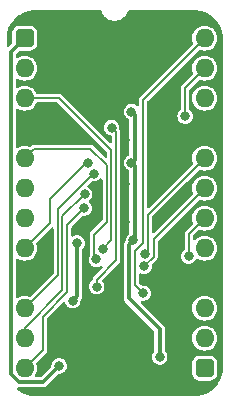
<source format=gbl>
%TF.GenerationSoftware,KiCad,Pcbnew,8.0.3*%
%TF.CreationDate,2024-07-04T18:09:40+02:00*%
%TF.ProjectId,SD Card Write Data,53442043-6172-4642-9057-726974652044,V0*%
%TF.SameCoordinates,PX54c81a0PY37b6b20*%
%TF.FileFunction,Copper,L2,Bot*%
%TF.FilePolarity,Positive*%
%FSLAX46Y46*%
G04 Gerber Fmt 4.6, Leading zero omitted, Abs format (unit mm)*
G04 Created by KiCad (PCBNEW 8.0.3) date 2024-07-04 18:09:40*
%MOMM*%
%LPD*%
G01*
G04 APERTURE LIST*
G04 Aperture macros list*
%AMRoundRect*
0 Rectangle with rounded corners*
0 $1 Rounding radius*
0 $2 $3 $4 $5 $6 $7 $8 $9 X,Y pos of 4 corners*
0 Add a 4 corners polygon primitive as box body*
4,1,4,$2,$3,$4,$5,$6,$7,$8,$9,$2,$3,0*
0 Add four circle primitives for the rounded corners*
1,1,$1+$1,$2,$3*
1,1,$1+$1,$4,$5*
1,1,$1+$1,$6,$7*
1,1,$1+$1,$8,$9*
0 Add four rect primitives between the rounded corners*
20,1,$1+$1,$2,$3,$4,$5,0*
20,1,$1+$1,$4,$5,$6,$7,0*
20,1,$1+$1,$6,$7,$8,$9,0*
20,1,$1+$1,$8,$9,$2,$3,0*%
G04 Aperture macros list end*
%TA.AperFunction,ComponentPad*%
%ADD10RoundRect,0.400000X-0.400000X-0.400000X0.400000X-0.400000X0.400000X0.400000X-0.400000X0.400000X0*%
%TD*%
%TA.AperFunction,ComponentPad*%
%ADD11O,1.600000X1.600000*%
%TD*%
%TA.AperFunction,ComponentPad*%
%ADD12R,1.600000X1.600000*%
%TD*%
%TA.AperFunction,ViaPad*%
%ADD13C,0.800000*%
%TD*%
%TA.AperFunction,Conductor*%
%ADD14C,0.380000*%
%TD*%
%TA.AperFunction,Conductor*%
%ADD15C,0.200000*%
%TD*%
G04 APERTURE END LIST*
D10*
%TO.P,J1,1,Pin_1*%
%TO.N,5V*%
X0Y0D03*
D11*
%TO.P,J1,2,Pin_2*%
%TO.N,Write Data*%
X0Y-2540000D03*
%TO.P,J1,3,Pin_3*%
%TO.N,D7*%
X0Y-5080000D03*
D12*
%TO.P,J1,4,Pin_4*%
%TO.N,GND*%
X0Y-7620000D03*
D11*
%TO.P,J1,5,Pin_5*%
%TO.N,D6*%
X0Y-10160000D03*
%TO.P,J1,6,Pin_6*%
%TO.N,D5*%
X0Y-12700000D03*
%TO.P,J1,7,Pin_7*%
%TO.N,D4*%
X0Y-15240000D03*
%TO.P,J1,8,Pin_8*%
%TO.N,D3*%
X0Y-17780000D03*
D12*
%TO.P,J1,9,Pin_9*%
%TO.N,GND*%
X0Y-20320000D03*
D11*
%TO.P,J1,10,Pin_10*%
%TO.N,D2*%
X0Y-22860000D03*
%TO.P,J1,11,Pin_11*%
%TO.N,D1*%
X0Y-25400000D03*
%TO.P,J1,12,Pin_12*%
%TO.N,D0*%
X0Y-27940000D03*
D10*
%TO.P,J1,13,Pin_13*%
%TO.N,5V*%
X15240000Y-27940000D03*
D11*
%TO.P,J1,14,Pin_14*%
%TO.N,unconnected-(J1-Pin_14-Pad14)*%
X15240000Y-25400000D03*
%TO.P,J1,15,Pin_15*%
%TO.N,unconnected-(J1-Pin_15-Pad15)*%
X15240000Y-22860000D03*
D12*
%TO.P,J1,16,Pin_16*%
%TO.N,GND*%
X15240000Y-20320000D03*
D11*
%TO.P,J1,17,Pin_17*%
%TO.N,DAT0*%
X15240000Y-17780000D03*
%TO.P,J1,18,Pin_18*%
%TO.N,DAT1*%
X15240000Y-15240000D03*
%TO.P,J1,19,Pin_19*%
%TO.N,DAT2*%
X15240000Y-12700000D03*
%TO.P,J1,20,Pin_20*%
%TO.N,DAT3*%
X15240000Y-10160000D03*
D12*
%TO.P,J1,21,Pin_21*%
%TO.N,GND*%
X15240000Y-7620000D03*
D11*
%TO.P,J1,22,Pin_22*%
%TO.N,unconnected-(J1-Pin_22-Pad22)*%
X15240000Y-5080000D03*
%TO.P,J1,23,Pin_23*%
%TO.N,~{Write Low Nybble}*%
X15240000Y-2540000D03*
%TO.P,J1,24,Pin_24*%
%TO.N,~{Write High Nybble}*%
X15240000Y0D03*
%TD*%
D13*
%TO.N,/3.3V*%
X4064000Y-22225000D03*
X9209554Y-17101134D03*
X9041000Y-10541000D03*
X4445000Y-17346766D03*
X11430000Y-26992000D03*
X9041000Y-6223000D03*
%TO.N,D6*%
X6075000Y-18730766D03*
%TO.N,D7*%
X6604000Y-17858000D03*
%TO.N,GND*%
X8461000Y-8601766D03*
X5207004Y-16190766D03*
X4953000Y-8509000D03*
X4953000Y-26543000D03*
X10160000Y-20451383D03*
X8636000Y-4572000D03*
X8461000Y-15533724D03*
X8461000Y-12380766D03*
X6197000Y-12452481D03*
X5235000Y-19430766D03*
X5207000Y-22352000D03*
X10541000Y-25146000D03*
X7983588Y-19939012D03*
%TO.N,5V*%
X2921000Y-27742000D03*
%TO.N,D0*%
X5035001Y-14395999D03*
%TO.N,D1*%
X5080000Y-13208000D03*
%TO.N,Write Data*%
X7361000Y-7569248D03*
X6096000Y-21033000D03*
%TO.N,DAT3*%
X10162512Y-18269499D03*
%TO.N,~{Write Low Nybble}*%
X13589008Y-6604000D03*
%TO.N,D3*%
X5334000Y-10570858D03*
%TO.N,DAT1*%
X13884169Y-18456169D03*
%TO.N,D2*%
X5868421Y-11474683D03*
%TO.N,~{Write High Nybble}*%
X10033000Y-21590000D03*
%TO.N,DAT2*%
X10105490Y-19317952D03*
%TD*%
D14*
%TO.N,/3.3V*%
X4064000Y-22225000D02*
X4445000Y-21844000D01*
X9301000Y-6483000D02*
X9301000Y-10281000D01*
X9301000Y-17009688D02*
X9209554Y-17101134D01*
X9301000Y-10281000D02*
X9041000Y-10541000D01*
X8823588Y-17487100D02*
X9209554Y-17101134D01*
X11430000Y-26992000D02*
X11430000Y-24638000D01*
X4445000Y-21844000D02*
X4445000Y-17346766D01*
X9041000Y-10541000D02*
X9301000Y-10801000D01*
X8823588Y-22031588D02*
X8823588Y-17487100D01*
X9041000Y-6223000D02*
X9301000Y-6483000D01*
X9301000Y-10801000D02*
X9301000Y-17009688D01*
X11430000Y-24638000D02*
X8823588Y-22031588D01*
D15*
%TO.N,D6*%
X5854000Y-16625000D02*
X5854000Y-18509766D01*
X799999Y-9360001D02*
X5550001Y-9360001D01*
X6940339Y-15538661D02*
X5854000Y-16625000D01*
X5854000Y-18509766D02*
X6075000Y-18730766D01*
X6940339Y-10750339D02*
X6940339Y-15538661D01*
X0Y-10160000D02*
X799999Y-9360001D01*
X5550001Y-9360001D02*
X6940339Y-10750339D01*
%TO.N,D7*%
X0Y-5080000D02*
X2933000Y-5080000D01*
X2933000Y-5080000D02*
X7340339Y-9487339D01*
X7340339Y-17121661D02*
X6604000Y-17858000D01*
X7340339Y-9487339D02*
X7340339Y-17121661D01*
D14*
%TO.N,GND*%
X5235000Y-19430766D02*
X5235000Y-16218762D01*
X8237000Y-12156766D02*
X8461000Y-12380766D01*
X5235000Y-19430766D02*
X5235000Y-22324000D01*
X8230346Y-19692254D02*
X7983588Y-19939012D01*
X7366000Y-26543000D02*
X8763000Y-25146000D01*
X4953000Y-22606000D02*
X5207000Y-22352000D01*
X8201000Y-8341766D02*
X8461000Y-8601766D01*
X8461000Y-15533724D02*
X8230346Y-15764378D01*
X7983588Y-22588588D02*
X7983588Y-19939012D01*
X15240000Y-20320000D02*
X10291383Y-20320000D01*
X10291383Y-20320000D02*
X10160000Y-20451383D01*
X5235000Y-16218762D02*
X5207004Y-16190766D01*
X4064000Y-7620000D02*
X4953000Y-8509000D01*
X8230346Y-15764378D02*
X8230346Y-19692254D01*
X8763000Y-25146000D02*
X10541000Y-25146000D01*
X8461000Y-8601766D02*
X8237000Y-8825766D01*
X5235000Y-22324000D02*
X5207000Y-22352000D01*
X8636000Y-4572000D02*
X8201000Y-5007000D01*
X4953000Y-26543000D02*
X4953000Y-22606000D01*
X10541000Y-25146000D02*
X7983588Y-22588588D01*
X8461000Y-12380766D02*
X8382000Y-12459766D01*
X5207004Y-16190766D02*
X5207004Y-15620996D01*
X4953000Y-26543000D02*
X7366000Y-26543000D01*
X8201000Y-5007000D02*
X8201000Y-8341766D01*
X8382000Y-12459766D02*
X8382000Y-15454724D01*
X0Y-7620000D02*
X4064000Y-7620000D01*
X5207004Y-15620996D02*
X6197000Y-14631000D01*
X6197000Y-14631000D02*
X6197000Y-12452481D01*
X8237000Y-8825766D02*
X8237000Y-12156766D01*
X8382000Y-15454724D02*
X8461000Y-15533724D01*
%TO.N,5V*%
X-492915Y-29130000D02*
X1533000Y-29130000D01*
X-1190000Y-1190000D02*
X-1190000Y-28432915D01*
X0Y0D02*
X-1190000Y-1190000D01*
X-1190000Y-28432915D02*
X-492915Y-29130000D01*
X1533000Y-29130000D02*
X2921000Y-27742000D01*
D15*
%TO.N,D0*%
X0Y-27940000D02*
X1524000Y-26416000D01*
X1524000Y-23577339D02*
X3594000Y-21507339D01*
X3594000Y-21507339D02*
X3594000Y-15837000D01*
X1524000Y-26416000D02*
X1524000Y-23577339D01*
X3594000Y-15837000D02*
X5035001Y-14395999D01*
%TO.N,D1*%
X3194000Y-21341653D02*
X3194000Y-15094000D01*
X0Y-24535653D02*
X3194000Y-21341653D01*
X0Y-25400000D02*
X0Y-24535653D01*
X3194000Y-15094000D02*
X5080000Y-13208000D01*
%TO.N,Write Data*%
X7740339Y-8574070D02*
X7711000Y-8544731D01*
X6096000Y-20452339D02*
X7740339Y-18808000D01*
X7740339Y-18808000D02*
X7740339Y-8574070D01*
X7711000Y-8544731D02*
X7711000Y-7919248D01*
X6096000Y-21033000D02*
X6096000Y-20452339D01*
X7711000Y-7919248D02*
X7361000Y-7569248D01*
%TO.N,DAT3*%
X15240000Y-10160000D02*
X10421000Y-14979000D01*
X10421000Y-14979000D02*
X10421000Y-18011011D01*
X10421000Y-18011011D02*
X10162512Y-18269499D01*
%TO.N,~{Write Low Nybble}*%
X13589008Y-4190992D02*
X13589008Y-6604000D01*
X15240000Y-2540000D02*
X13589008Y-4190992D01*
%TO.N,D3*%
X2159000Y-15621000D02*
X2159000Y-13588998D01*
X0Y-17780000D02*
X2159000Y-15621000D01*
X5177140Y-10570858D02*
X5334000Y-10570858D01*
X2159000Y-13588998D02*
X5177140Y-10570858D01*
%TO.N,DAT1*%
X13884169Y-16595831D02*
X13884169Y-18456169D01*
X15240000Y-15240000D02*
X13884169Y-16595831D01*
%TO.N,D2*%
X0Y-22860000D02*
X2794000Y-20066000D01*
X5797317Y-11474683D02*
X5868421Y-11474683D01*
X2794000Y-20066000D02*
X2794000Y-14478000D01*
X2794000Y-14478000D02*
X5797317Y-11474683D01*
%TO.N,~{Write High Nybble}*%
X9313588Y-18057762D02*
X9313588Y-20870588D01*
X10021000Y-17350350D02*
X9313588Y-18057762D01*
X15240000Y0D02*
X10021000Y-5219000D01*
X9313588Y-20870588D02*
X10033000Y-21590000D01*
X10021000Y-5219000D02*
X10021000Y-17350350D01*
%TO.N,DAT2*%
X10910000Y-18513442D02*
X10105490Y-19317952D01*
X10910000Y-17030000D02*
X10910000Y-18513442D01*
X15240000Y-12700000D02*
X10910000Y-17030000D01*
%TD*%
%TA.AperFunction,Conductor*%
%TO.N,GND*%
G36*
X1524000Y-30303232D02*
G01*
X839477Y-30303232D01*
X831992Y-30303006D01*
X558355Y-30286458D01*
X543490Y-30284653D01*
X277546Y-30235920D01*
X263006Y-30232337D01*
X4865Y-30151899D01*
X-9135Y-30146589D01*
X-255693Y-30035625D01*
X-268946Y-30028670D01*
X-500348Y-29888786D01*
X-512660Y-29880286D01*
X-625209Y-29792111D01*
X-665842Y-29735272D01*
X-669295Y-29665488D01*
X-634472Y-29604915D01*
X-572428Y-29572784D01*
X-548737Y-29570500D01*
X1524000Y-29570500D01*
X1524000Y-30303232D01*
G37*
%TD.AperFunction*%
%TA.AperFunction,Conductor*%
G36*
X1524000Y-28516039D02*
G01*
X1386858Y-28653181D01*
X1325535Y-28686666D01*
X1299177Y-28689500D01*
X997414Y-28689500D01*
X930375Y-28669815D01*
X884620Y-28617011D01*
X874676Y-28547853D01*
X888054Y-28507049D01*
X975232Y-28343954D01*
X1035300Y-28145934D01*
X1055583Y-27940000D01*
X1035300Y-27734066D01*
X979210Y-27549163D01*
X978588Y-27479298D01*
X1010189Y-27425491D01*
X1524000Y-26911681D01*
X1524000Y-28516039D01*
G37*
%TD.AperFunction*%
%TA.AperFunction,Conductor*%
G36*
X1524000Y-20840316D02*
G01*
X514508Y-21849808D01*
X453185Y-21883293D01*
X390833Y-21880788D01*
X205934Y-21824700D01*
X205932Y-21824699D01*
X205934Y-21824699D01*
X0Y-21804417D01*
X-205933Y-21824699D01*
X-403959Y-21884769D01*
X-567047Y-21971943D01*
X-635449Y-21986185D01*
X-700693Y-21961185D01*
X-742064Y-21904880D01*
X-749500Y-21862585D01*
X-749500Y-18777414D01*
X-729815Y-18710375D01*
X-677011Y-18664620D01*
X-607853Y-18654676D01*
X-567050Y-18668054D01*
X-403954Y-18755232D01*
X-205934Y-18815300D01*
X-205935Y-18815300D01*
X-187471Y-18817118D01*
X0Y-18835583D01*
X205934Y-18815300D01*
X403954Y-18755232D01*
X586450Y-18657685D01*
X746410Y-18526410D01*
X877685Y-18366450D01*
X975232Y-18183954D01*
X1035300Y-17985934D01*
X1055583Y-17780000D01*
X1035300Y-17574066D01*
X979210Y-17389163D01*
X978588Y-17319298D01*
X1010189Y-17265491D01*
X1524000Y-16751681D01*
X1524000Y-20840316D01*
G37*
%TD.AperFunction*%
%TA.AperFunction,Conductor*%
G36*
X1524000Y-9009501D02*
G01*
X753855Y-9009501D01*
X664711Y-9033387D01*
X664710Y-9033387D01*
X664708Y-9033388D01*
X664705Y-9033389D01*
X584793Y-9079527D01*
X584783Y-9079535D01*
X514508Y-9149809D01*
X453185Y-9183294D01*
X390833Y-9180788D01*
X205934Y-9124700D01*
X205932Y-9124699D01*
X205934Y-9124699D01*
X0Y-9104417D01*
X-205933Y-9124699D01*
X-403959Y-9184769D01*
X-567047Y-9271943D01*
X-635449Y-9286185D01*
X-700693Y-9261185D01*
X-742064Y-9204880D01*
X-749500Y-9162585D01*
X-749500Y-6077414D01*
X-729815Y-6010375D01*
X-677011Y-5964620D01*
X-607853Y-5954676D01*
X-567050Y-5968054D01*
X-403954Y-6055232D01*
X-205934Y-6115300D01*
X-205935Y-6115300D01*
X-187471Y-6117118D01*
X0Y-6135583D01*
X205934Y-6115300D01*
X403954Y-6055232D01*
X586450Y-5957685D01*
X746410Y-5826410D01*
X877685Y-5666450D01*
X968769Y-5496046D01*
X1017732Y-5446202D01*
X1078127Y-5430500D01*
X1524000Y-5430500D01*
X1524000Y-9009501D01*
G37*
%TD.AperFunction*%
%TA.AperFunction,Conductor*%
G36*
X1524000Y-4729500D02*
G01*
X1078127Y-4729500D01*
X1011088Y-4709815D01*
X968769Y-4663954D01*
X949879Y-4628615D01*
X877685Y-4493550D01*
X825702Y-4430209D01*
X746410Y-4333589D01*
X628677Y-4236969D01*
X586450Y-4202315D01*
X403954Y-4104768D01*
X205934Y-4044700D01*
X205932Y-4044699D01*
X205934Y-4044699D01*
X0Y-4024417D01*
X-205933Y-4044699D01*
X-403959Y-4104769D01*
X-567047Y-4191943D01*
X-635449Y-4206185D01*
X-700693Y-4181185D01*
X-742064Y-4124880D01*
X-749500Y-4082585D01*
X-749500Y-3537414D01*
X-729815Y-3470375D01*
X-677011Y-3424620D01*
X-607853Y-3414676D01*
X-567050Y-3428054D01*
X-403954Y-3515232D01*
X-205934Y-3575300D01*
X-205935Y-3575300D01*
X-187471Y-3577118D01*
X0Y-3595583D01*
X205934Y-3575300D01*
X403954Y-3515232D01*
X586450Y-3417685D01*
X746410Y-3286410D01*
X877685Y-3126450D01*
X975232Y-2943954D01*
X1035300Y-2745934D01*
X1055583Y-2540000D01*
X1035300Y-2334066D01*
X975232Y-2136046D01*
X877685Y-1953550D01*
X825702Y-1890209D01*
X746410Y-1793589D01*
X628677Y-1696969D01*
X586450Y-1662315D01*
X403954Y-1564768D01*
X205934Y-1504700D01*
X205932Y-1504699D01*
X205934Y-1504699D01*
X0Y-1484417D01*
X-205933Y-1504699D01*
X-403959Y-1564769D01*
X-567047Y-1651943D01*
X-635449Y-1666185D01*
X-700693Y-1641185D01*
X-742064Y-1584880D01*
X-749500Y-1542585D01*
X-749500Y-1423823D01*
X-729815Y-1356784D01*
X-713181Y-1336142D01*
X-463858Y-1086819D01*
X-402535Y-1053334D01*
X-376177Y-1050500D01*
X465686Y-1050500D01*
X465694Y-1050500D01*
X502569Y-1047598D01*
X502571Y-1047597D01*
X502573Y-1047597D01*
X544191Y-1035505D01*
X660398Y-1001744D01*
X801865Y-918081D01*
X918081Y-801865D01*
X1001744Y-660398D01*
X1047598Y-502569D01*
X1050500Y-465694D01*
X1050500Y465694D01*
X1047598Y502569D01*
X1027217Y572719D01*
X1001745Y660394D01*
X1001744Y660397D01*
X1001744Y660398D01*
X918081Y801865D01*
X918079Y801867D01*
X918076Y801871D01*
X801870Y918077D01*
X801862Y918083D01*
X660396Y1001745D01*
X660393Y1001746D01*
X502573Y1047598D01*
X502567Y1047599D01*
X465701Y1050500D01*
X465694Y1050500D01*
X-465694Y1050500D01*
X-465702Y1050500D01*
X-502568Y1047599D01*
X-502574Y1047598D01*
X-660394Y1001746D01*
X-660397Y1001745D01*
X-801863Y918083D01*
X-801871Y918077D01*
X-918077Y801871D01*
X-918083Y801863D01*
X-1001745Y660397D01*
X-1001746Y660394D01*
X-1047598Y502574D01*
X-1047599Y502568D01*
X-1050500Y465702D01*
X-1050500Y-376177D01*
X-1070185Y-443216D01*
X-1086819Y-463858D01*
X-1315819Y-692858D01*
X-1377142Y-726343D01*
X-1446834Y-721359D01*
X-1502767Y-679487D01*
X-1527184Y-614023D01*
X-1527500Y-605177D01*
X-1527500Y-3750D01*
X-1527274Y3737D01*
X-1510722Y277369D01*
X-1508917Y292233D01*
X-1460180Y558184D01*
X-1456597Y572719D01*
X-1429275Y660397D01*
X-1376155Y830864D01*
X-1370856Y844836D01*
X-1259882Y1091409D01*
X-1252933Y1104650D01*
X-1113044Y1336051D01*
X-1104549Y1348359D01*
X-937793Y1561204D01*
X-927880Y1572394D01*
X-736675Y1763597D01*
X-725483Y1773512D01*
X-512629Y1940270D01*
X-500324Y1948763D01*
X-268924Y2088646D01*
X-255693Y2095590D01*
X-9118Y2206562D01*
X4875Y2211868D01*
X263017Y2292306D01*
X277554Y2295889D01*
X543499Y2344622D01*
X558353Y2346426D01*
X832521Y2363007D01*
X840006Y2363232D01*
X891005Y2363232D01*
X891262Y2363256D01*
X1524000Y2363521D01*
X1524000Y-4729500D01*
G37*
%TD.AperFunction*%
%TD*%
%TA.AperFunction,Conductor*%
%TO.N,GND*%
G36*
X14348938Y2363257D02*
G01*
X14349201Y2363233D01*
X14360100Y2363233D01*
X14400525Y2363233D01*
X14408010Y2363007D01*
X14681647Y2346459D01*
X14696505Y2344655D01*
X14962460Y2295920D01*
X14976981Y2292341D01*
X15235136Y2211899D01*
X15249133Y2206590D01*
X15495692Y2095627D01*
X15508951Y2088668D01*
X15740336Y1948793D01*
X15752659Y1940287D01*
X15965490Y1773547D01*
X15976699Y1763618D01*
X16167894Y1572426D01*
X16177823Y1561218D01*
X16344568Y1348386D01*
X16353075Y1336062D01*
X16492955Y1104674D01*
X16499913Y1091416D01*
X16610881Y844860D01*
X16616191Y830858D01*
X16696627Y572730D01*
X16700211Y558192D01*
X16748949Y292238D01*
X16750754Y277373D01*
X16767273Y4301D01*
X16767499Y-3186D01*
X16767500Y-27895830D01*
X16767500Y-27936249D01*
X16767274Y-27943737D01*
X16750721Y-28217369D01*
X16748916Y-28232232D01*
X16700180Y-28498178D01*
X16696596Y-28512718D01*
X16616158Y-28770851D01*
X16610848Y-28784852D01*
X16499885Y-29031399D01*
X16492927Y-29044657D01*
X16353050Y-29276039D01*
X16344543Y-29288363D01*
X16177799Y-29501194D01*
X16167870Y-29512402D01*
X15976682Y-29703588D01*
X15965474Y-29713517D01*
X15752637Y-29880262D01*
X15740313Y-29888768D01*
X15508937Y-30028637D01*
X15495678Y-30035596D01*
X15249125Y-30146557D01*
X15235124Y-30151867D01*
X14976982Y-30232305D01*
X14962443Y-30235888D01*
X14696505Y-30284620D01*
X14681641Y-30286425D01*
X14433129Y-30301454D01*
X14407477Y-30303006D01*
X14399994Y-30303232D01*
X13716000Y-30303232D01*
X13716000Y-27474298D01*
X14189500Y-27474298D01*
X14189500Y-28405701D01*
X14192401Y-28442567D01*
X14192402Y-28442573D01*
X14238254Y-28600393D01*
X14238255Y-28600396D01*
X14321917Y-28741862D01*
X14321923Y-28741870D01*
X14438129Y-28858076D01*
X14438133Y-28858079D01*
X14438135Y-28858081D01*
X14579602Y-28941744D01*
X14621224Y-28953836D01*
X14737426Y-28987597D01*
X14737429Y-28987597D01*
X14737431Y-28987598D01*
X14774306Y-28990500D01*
X14774314Y-28990500D01*
X15705686Y-28990500D01*
X15705694Y-28990500D01*
X15742569Y-28987598D01*
X15742571Y-28987597D01*
X15742573Y-28987597D01*
X15784191Y-28975505D01*
X15900398Y-28941744D01*
X16041865Y-28858081D01*
X16158081Y-28741865D01*
X16241744Y-28600398D01*
X16287598Y-28442569D01*
X16290500Y-28405694D01*
X16290500Y-27474306D01*
X16287598Y-27437431D01*
X16241744Y-27279602D01*
X16158081Y-27138135D01*
X16158079Y-27138133D01*
X16158076Y-27138129D01*
X16041870Y-27021923D01*
X16041862Y-27021917D01*
X15900396Y-26938255D01*
X15900393Y-26938254D01*
X15742573Y-26892402D01*
X15742567Y-26892401D01*
X15705701Y-26889500D01*
X15705694Y-26889500D01*
X14774306Y-26889500D01*
X14774298Y-26889500D01*
X14737432Y-26892401D01*
X14737426Y-26892402D01*
X14579606Y-26938254D01*
X14579603Y-26938255D01*
X14438137Y-27021917D01*
X14438129Y-27021923D01*
X14321923Y-27138129D01*
X14321917Y-27138137D01*
X14238255Y-27279603D01*
X14238254Y-27279606D01*
X14192402Y-27437426D01*
X14192401Y-27437432D01*
X14189500Y-27474298D01*
X13716000Y-27474298D01*
X13716000Y-25400000D01*
X14184417Y-25400000D01*
X14204699Y-25605932D01*
X14204700Y-25605934D01*
X14264768Y-25803954D01*
X14362315Y-25986450D01*
X14362317Y-25986452D01*
X14493589Y-26146410D01*
X14590209Y-26225702D01*
X14653550Y-26277685D01*
X14836046Y-26375232D01*
X15034066Y-26435300D01*
X15034065Y-26435300D01*
X15052529Y-26437118D01*
X15240000Y-26455583D01*
X15445934Y-26435300D01*
X15643954Y-26375232D01*
X15826450Y-26277685D01*
X15986410Y-26146410D01*
X16117685Y-25986450D01*
X16215232Y-25803954D01*
X16275300Y-25605934D01*
X16295583Y-25400000D01*
X16275300Y-25194066D01*
X16215232Y-24996046D01*
X16117685Y-24813550D01*
X16065702Y-24750209D01*
X15986410Y-24653589D01*
X15826452Y-24522317D01*
X15826453Y-24522317D01*
X15826450Y-24522315D01*
X15643954Y-24424768D01*
X15445934Y-24364700D01*
X15445932Y-24364699D01*
X15445934Y-24364699D01*
X15240000Y-24344417D01*
X15034067Y-24364699D01*
X14836043Y-24424769D01*
X14725898Y-24483643D01*
X14653550Y-24522315D01*
X14653548Y-24522316D01*
X14653547Y-24522317D01*
X14493589Y-24653589D01*
X14362317Y-24813547D01*
X14264769Y-24996043D01*
X14204699Y-25194067D01*
X14184417Y-25400000D01*
X13716000Y-25400000D01*
X13716000Y-22860000D01*
X14184417Y-22860000D01*
X14204699Y-23065932D01*
X14204700Y-23065934D01*
X14264768Y-23263954D01*
X14362315Y-23446450D01*
X14362317Y-23446452D01*
X14493589Y-23606410D01*
X14590209Y-23685702D01*
X14653550Y-23737685D01*
X14836046Y-23835232D01*
X15034066Y-23895300D01*
X15034065Y-23895300D01*
X15052529Y-23897118D01*
X15240000Y-23915583D01*
X15445934Y-23895300D01*
X15643954Y-23835232D01*
X15826450Y-23737685D01*
X15986410Y-23606410D01*
X16117685Y-23446450D01*
X16215232Y-23263954D01*
X16275300Y-23065934D01*
X16295583Y-22860000D01*
X16275300Y-22654066D01*
X16215232Y-22456046D01*
X16117685Y-22273550D01*
X16065702Y-22210209D01*
X15986410Y-22113589D01*
X15826452Y-21982317D01*
X15826453Y-21982317D01*
X15826450Y-21982315D01*
X15643954Y-21884768D01*
X15445934Y-21824700D01*
X15445932Y-21824699D01*
X15445934Y-21824699D01*
X15240000Y-21804417D01*
X15034067Y-21824699D01*
X14836043Y-21884769D01*
X14725898Y-21943643D01*
X14653550Y-21982315D01*
X14653548Y-21982316D01*
X14653547Y-21982317D01*
X14493589Y-22113589D01*
X14362317Y-22273547D01*
X14264769Y-22456043D01*
X14204699Y-22654067D01*
X14184417Y-22860000D01*
X13716000Y-22860000D01*
X13716000Y-19084687D01*
X13778217Y-19100022D01*
X13805183Y-19106669D01*
X13805184Y-19106669D01*
X13963154Y-19106669D01*
X14116534Y-19068865D01*
X14256409Y-18995452D01*
X14374652Y-18890699D01*
X14464389Y-18760692D01*
X14478740Y-18722850D01*
X14520917Y-18667148D01*
X14586515Y-18643090D01*
X14653136Y-18657463D01*
X14653547Y-18657682D01*
X14653550Y-18657685D01*
X14836046Y-18755232D01*
X15034066Y-18815300D01*
X15034065Y-18815300D01*
X15052529Y-18817118D01*
X15240000Y-18835583D01*
X15445934Y-18815300D01*
X15643954Y-18755232D01*
X15826450Y-18657685D01*
X15986410Y-18526410D01*
X16117685Y-18366450D01*
X16215232Y-18183954D01*
X16275300Y-17985934D01*
X16295583Y-17780000D01*
X16275300Y-17574066D01*
X16215232Y-17376046D01*
X16117685Y-17193550D01*
X16029596Y-17086212D01*
X15986410Y-17033589D01*
X15826452Y-16902317D01*
X15826453Y-16902317D01*
X15826450Y-16902315D01*
X15643954Y-16804768D01*
X15445934Y-16744700D01*
X15445932Y-16744699D01*
X15445934Y-16744699D01*
X15240000Y-16724417D01*
X15034067Y-16744699D01*
X14836043Y-16804769D01*
X14725898Y-16863643D01*
X14653550Y-16902315D01*
X14653548Y-16902316D01*
X14653547Y-16902317D01*
X14493589Y-17033590D01*
X14454522Y-17081194D01*
X14396777Y-17120528D01*
X14326932Y-17122399D01*
X14267164Y-17086212D01*
X14236448Y-17023456D01*
X14234669Y-17002529D01*
X14234669Y-16792374D01*
X14254354Y-16725335D01*
X14270984Y-16704697D01*
X14725491Y-16250189D01*
X14786812Y-16216706D01*
X14849162Y-16219210D01*
X15034066Y-16275300D01*
X15034065Y-16275300D01*
X15052529Y-16277118D01*
X15240000Y-16295583D01*
X15445934Y-16275300D01*
X15643954Y-16215232D01*
X15826450Y-16117685D01*
X15986410Y-15986410D01*
X16117685Y-15826450D01*
X16215232Y-15643954D01*
X16275300Y-15445934D01*
X16295583Y-15240000D01*
X16275300Y-15034066D01*
X16215232Y-14836046D01*
X16117685Y-14653550D01*
X16065702Y-14590209D01*
X15986410Y-14493589D01*
X15826452Y-14362317D01*
X15826453Y-14362317D01*
X15826450Y-14362315D01*
X15643954Y-14264768D01*
X15445934Y-14204700D01*
X15445932Y-14204699D01*
X15445934Y-14204699D01*
X15240000Y-14184417D01*
X15034067Y-14204699D01*
X14836043Y-14264769D01*
X14725898Y-14323643D01*
X14653550Y-14362315D01*
X14653548Y-14362316D01*
X14653547Y-14362317D01*
X14493589Y-14493589D01*
X14362317Y-14653547D01*
X14362315Y-14653550D01*
X14323643Y-14725898D01*
X14264769Y-14836043D01*
X14204699Y-15034067D01*
X14184417Y-15240000D01*
X14204699Y-15445932D01*
X14260788Y-15630832D01*
X14261411Y-15700699D01*
X14229808Y-15754508D01*
X13716000Y-16268316D01*
X13716000Y-14719681D01*
X14725491Y-13710189D01*
X14786812Y-13676706D01*
X14849162Y-13679210D01*
X15034066Y-13735300D01*
X15034065Y-13735300D01*
X15052529Y-13737118D01*
X15240000Y-13755583D01*
X15445934Y-13735300D01*
X15643954Y-13675232D01*
X15826450Y-13577685D01*
X15986410Y-13446410D01*
X16117685Y-13286450D01*
X16215232Y-13103954D01*
X16275300Y-12905934D01*
X16295583Y-12700000D01*
X16275300Y-12494066D01*
X16215232Y-12296046D01*
X16117685Y-12113550D01*
X16065702Y-12050209D01*
X15986410Y-11953589D01*
X15826452Y-11822317D01*
X15826453Y-11822317D01*
X15826450Y-11822315D01*
X15643954Y-11724768D01*
X15445934Y-11664700D01*
X15445932Y-11664699D01*
X15445934Y-11664699D01*
X15240000Y-11644417D01*
X15034067Y-11664699D01*
X14836043Y-11724769D01*
X14725898Y-11783643D01*
X14653550Y-11822315D01*
X14653548Y-11822316D01*
X14653547Y-11822317D01*
X14493589Y-11953589D01*
X14362317Y-12113547D01*
X14362315Y-12113550D01*
X14323643Y-12185898D01*
X14264769Y-12296043D01*
X14204699Y-12494067D01*
X14184417Y-12700000D01*
X14204699Y-12905932D01*
X14260788Y-13090832D01*
X14261411Y-13160699D01*
X14229808Y-13214508D01*
X13716000Y-13728316D01*
X13716000Y-12179681D01*
X14725491Y-11170189D01*
X14786812Y-11136706D01*
X14849162Y-11139210D01*
X15034066Y-11195300D01*
X15034065Y-11195300D01*
X15052529Y-11197118D01*
X15240000Y-11215583D01*
X15445934Y-11195300D01*
X15643954Y-11135232D01*
X15826450Y-11037685D01*
X15986410Y-10906410D01*
X16117685Y-10746450D01*
X16215232Y-10563954D01*
X16275300Y-10365934D01*
X16295583Y-10160000D01*
X16275300Y-9954066D01*
X16215232Y-9756046D01*
X16117685Y-9573550D01*
X16065702Y-9510209D01*
X15986410Y-9413589D01*
X15826452Y-9282317D01*
X15826453Y-9282317D01*
X15826450Y-9282315D01*
X15643954Y-9184768D01*
X15445934Y-9124700D01*
X15445932Y-9124699D01*
X15445934Y-9124699D01*
X15240000Y-9104417D01*
X15034067Y-9124699D01*
X14836043Y-9184769D01*
X14725898Y-9243643D01*
X14653550Y-9282315D01*
X14653548Y-9282316D01*
X14653547Y-9282317D01*
X14493589Y-9413589D01*
X14362317Y-9573547D01*
X14264769Y-9756043D01*
X14204699Y-9954067D01*
X14184417Y-10160000D01*
X14204699Y-10365932D01*
X14260788Y-10550832D01*
X14261411Y-10620699D01*
X14229808Y-10674508D01*
X13716000Y-11188316D01*
X13716000Y-7242667D01*
X13821373Y-7216696D01*
X13961248Y-7143283D01*
X14079491Y-7038530D01*
X14169228Y-6908523D01*
X14225245Y-6760818D01*
X14244286Y-6604000D01*
X14225245Y-6447182D01*
X14169228Y-6299477D01*
X14079491Y-6169470D01*
X13981280Y-6082463D01*
X13944155Y-6023276D01*
X13939508Y-5989649D01*
X13939508Y-5117475D01*
X13949973Y-5081834D01*
X13946997Y-5076018D01*
X14178293Y-5076018D01*
X14182485Y-5082540D01*
X14186911Y-5105321D01*
X14204699Y-5285932D01*
X14204700Y-5285934D01*
X14264768Y-5483954D01*
X14362315Y-5666450D01*
X14362317Y-5666452D01*
X14493589Y-5826410D01*
X14590209Y-5905702D01*
X14653550Y-5957685D01*
X14836046Y-6055232D01*
X15034066Y-6115300D01*
X15034065Y-6115300D01*
X15052529Y-6117118D01*
X15240000Y-6135583D01*
X15445934Y-6115300D01*
X15643954Y-6055232D01*
X15826450Y-5957685D01*
X15986410Y-5826410D01*
X16117685Y-5666450D01*
X16215232Y-5483954D01*
X16275300Y-5285934D01*
X16295583Y-5080000D01*
X16275300Y-4874066D01*
X16215232Y-4676046D01*
X16117685Y-4493550D01*
X16065702Y-4430209D01*
X15986410Y-4333589D01*
X15826452Y-4202317D01*
X15826453Y-4202317D01*
X15826450Y-4202315D01*
X15643954Y-4104768D01*
X15445934Y-4044700D01*
X15445932Y-4044699D01*
X15445934Y-4044699D01*
X15240000Y-4024417D01*
X15034067Y-4044699D01*
X14836043Y-4104769D01*
X14761062Y-4144848D01*
X14653550Y-4202315D01*
X14653548Y-4202316D01*
X14653547Y-4202317D01*
X14493589Y-4333589D01*
X14362317Y-4493547D01*
X14264769Y-4676043D01*
X14204699Y-4874067D01*
X14186911Y-5054678D01*
X14178293Y-5076018D01*
X13946997Y-5076018D01*
X13941680Y-5065629D01*
X13939508Y-5042524D01*
X13939508Y-4387534D01*
X13959193Y-4320495D01*
X13975823Y-4299857D01*
X14725490Y-3550189D01*
X14786811Y-3516706D01*
X14849163Y-3519210D01*
X15034066Y-3575300D01*
X15034065Y-3575300D01*
X15052529Y-3577118D01*
X15240000Y-3595583D01*
X15445934Y-3575300D01*
X15643954Y-3515232D01*
X15826450Y-3417685D01*
X15986410Y-3286410D01*
X16117685Y-3126450D01*
X16215232Y-2943954D01*
X16275300Y-2745934D01*
X16295583Y-2540000D01*
X16275300Y-2334066D01*
X16215232Y-2136046D01*
X16117685Y-1953550D01*
X16065702Y-1890209D01*
X15986410Y-1793589D01*
X15826452Y-1662317D01*
X15826453Y-1662317D01*
X15826450Y-1662315D01*
X15643954Y-1564768D01*
X15445934Y-1504700D01*
X15445932Y-1504699D01*
X15445934Y-1504699D01*
X15240000Y-1484417D01*
X15034067Y-1504699D01*
X14836043Y-1564769D01*
X14725898Y-1623643D01*
X14653550Y-1662315D01*
X14653548Y-1662316D01*
X14653547Y-1662317D01*
X14493589Y-1793589D01*
X14362317Y-1953547D01*
X14362315Y-1953550D01*
X14323643Y-2025898D01*
X14264769Y-2136043D01*
X14204699Y-2334067D01*
X14184417Y-2540000D01*
X14204699Y-2745932D01*
X14260788Y-2930833D01*
X14261411Y-3000700D01*
X14229808Y-3054509D01*
X13716000Y-3568317D01*
X13716000Y-2019681D01*
X14725491Y-1010189D01*
X14786812Y-976706D01*
X14849162Y-979210D01*
X15034066Y-1035300D01*
X15034065Y-1035300D01*
X15052529Y-1037118D01*
X15240000Y-1055583D01*
X15445934Y-1035300D01*
X15643954Y-975232D01*
X15826450Y-877685D01*
X15986410Y-746410D01*
X16117685Y-586450D01*
X16215232Y-403954D01*
X16275300Y-205934D01*
X16295583Y0D01*
X16275300Y205934D01*
X16215232Y403954D01*
X16117685Y586450D01*
X16065702Y649791D01*
X15986410Y746411D01*
X15826452Y877683D01*
X15826453Y877683D01*
X15826450Y877685D01*
X15643954Y975232D01*
X15445934Y1035300D01*
X15445932Y1035301D01*
X15445934Y1035301D01*
X15240000Y1055583D01*
X15034067Y1035301D01*
X14836043Y975231D01*
X14725898Y916357D01*
X14653550Y877685D01*
X14653548Y877684D01*
X14653547Y877683D01*
X14493589Y746411D01*
X14362317Y586453D01*
X14362315Y586450D01*
X14351151Y565564D01*
X14264769Y403957D01*
X14204699Y205933D01*
X14184417Y0D01*
X14204699Y-205932D01*
X14260788Y-390832D01*
X14261411Y-460699D01*
X14229808Y-514508D01*
X13716000Y-1028316D01*
X13716000Y2363522D01*
X14348938Y2363257D01*
G37*
%TD.AperFunction*%
%TD*%
%TA.AperFunction,Conductor*%
%TO.N,GND*%
G36*
X13716000Y2363521D02*
G01*
X13716000Y-1028317D01*
X9740531Y-5003786D01*
X9740527Y-5003791D01*
X9694387Y-5083709D01*
X9694386Y-5083712D01*
X9670500Y-5172856D01*
X9670500Y-5636112D01*
X9650815Y-5703151D01*
X9598011Y-5748906D01*
X9528853Y-5758850D01*
X9465297Y-5729825D01*
X9464274Y-5728928D01*
X9413240Y-5683717D01*
X9413238Y-5683715D01*
X9273365Y-5610303D01*
X9119986Y-5572500D01*
X9119985Y-5572500D01*
X8962015Y-5572500D01*
X8962014Y-5572500D01*
X8808634Y-5610303D01*
X8668762Y-5683715D01*
X8550516Y-5788471D01*
X8460781Y-5918475D01*
X8460780Y-5918476D01*
X8404762Y-6066181D01*
X8385722Y-6222999D01*
X8385722Y-6223000D01*
X8404762Y-6379818D01*
X8460780Y-6527523D01*
X8550517Y-6657530D01*
X8668760Y-6762283D01*
X8668762Y-6762284D01*
X8794126Y-6828081D01*
X8844338Y-6876665D01*
X8860500Y-6937877D01*
X8860500Y-9826122D01*
X8840815Y-9893161D01*
X8794127Y-9935918D01*
X8668761Y-10001716D01*
X8550516Y-10106471D01*
X8460781Y-10236475D01*
X8460780Y-10236476D01*
X8404762Y-10384181D01*
X8385722Y-10540999D01*
X8385722Y-10541000D01*
X8404762Y-10697818D01*
X8426735Y-10755754D01*
X8460780Y-10845523D01*
X8550517Y-10975530D01*
X8668760Y-11080283D01*
X8668762Y-11080284D01*
X8794126Y-11146081D01*
X8844338Y-11194665D01*
X8860500Y-11255877D01*
X8860500Y-16485501D01*
X8840815Y-16552540D01*
X8818727Y-16578316D01*
X8719072Y-16666602D01*
X8629335Y-16796609D01*
X8629334Y-16796610D01*
X8573317Y-16944314D01*
X8554967Y-17095440D01*
X8527345Y-17159618D01*
X8519553Y-17168173D01*
X8471103Y-17216623D01*
X8471100Y-17216627D01*
X8413107Y-17317071D01*
X8383088Y-17429107D01*
X8383088Y-22089580D01*
X8413107Y-22201616D01*
X8413731Y-22202696D01*
X8471100Y-22302061D01*
X8471102Y-22302063D01*
X10953181Y-24784142D01*
X10986666Y-24845465D01*
X10989500Y-24871823D01*
X10989500Y-26457381D01*
X10969815Y-26524420D01*
X10947727Y-26550196D01*
X10939518Y-26557468D01*
X10849781Y-26687475D01*
X10849780Y-26687476D01*
X10793762Y-26835181D01*
X10774722Y-26991999D01*
X10774722Y-26992000D01*
X10793762Y-27148818D01*
X10814203Y-27202715D01*
X10849780Y-27296523D01*
X10939517Y-27426530D01*
X11057760Y-27531283D01*
X11057762Y-27531284D01*
X11197634Y-27604696D01*
X11351014Y-27642500D01*
X11351015Y-27642500D01*
X11508985Y-27642500D01*
X11662365Y-27604696D01*
X11699549Y-27585180D01*
X11802240Y-27531283D01*
X11920483Y-27426530D01*
X12010220Y-27296523D01*
X12066237Y-27148818D01*
X12085278Y-26992000D01*
X12066237Y-26835182D01*
X12010220Y-26687477D01*
X11920483Y-26557470D01*
X11920481Y-26557468D01*
X11912273Y-26550196D01*
X11875146Y-26491007D01*
X11870500Y-26457381D01*
X11870500Y-24580009D01*
X11870500Y-24580007D01*
X11846251Y-24489509D01*
X11846251Y-24489508D01*
X11846251Y-24489507D01*
X11840481Y-24467973D01*
X11801447Y-24400365D01*
X11782488Y-24367527D01*
X9867142Y-22452181D01*
X9833657Y-22390858D01*
X9838641Y-22321166D01*
X9880513Y-22265233D01*
X9945977Y-22240816D01*
X9954823Y-22240500D01*
X10111985Y-22240500D01*
X10265365Y-22202696D01*
X10277776Y-22196182D01*
X10405240Y-22129283D01*
X10523483Y-22024530D01*
X10613220Y-21894523D01*
X10669237Y-21746818D01*
X10688278Y-21590000D01*
X10669237Y-21433182D01*
X10613220Y-21285477D01*
X10523483Y-21155470D01*
X10405240Y-21050717D01*
X10405238Y-21050716D01*
X10405237Y-21050715D01*
X10265365Y-20977303D01*
X10111986Y-20939500D01*
X10111985Y-20939500D01*
X9954015Y-20939500D01*
X9954013Y-20939500D01*
X9946572Y-20940404D01*
X9946184Y-20937209D01*
X9890662Y-20934476D01*
X9843724Y-20905042D01*
X9700407Y-20761725D01*
X9666922Y-20700402D01*
X9664088Y-20674044D01*
X9664088Y-20026058D01*
X9683773Y-19959019D01*
X9736577Y-19913264D01*
X9805735Y-19903320D01*
X9845714Y-19916262D01*
X9873124Y-19930648D01*
X10026504Y-19968452D01*
X10026505Y-19968452D01*
X10184475Y-19968452D01*
X10337855Y-19930648D01*
X10389923Y-19903320D01*
X10477730Y-19857235D01*
X10595973Y-19752482D01*
X10685710Y-19622475D01*
X10741727Y-19474770D01*
X10760768Y-19317952D01*
X10750764Y-19235569D01*
X10762224Y-19166648D01*
X10786176Y-19132946D01*
X11190470Y-18728654D01*
X11236614Y-18648730D01*
X11237599Y-18645054D01*
X11260500Y-18559586D01*
X11260500Y-17226544D01*
X11280185Y-17159505D01*
X11296819Y-17138863D01*
X13716000Y-14719682D01*
X13716000Y-16268317D01*
X13603700Y-16380617D01*
X13603694Y-16380625D01*
X13563276Y-16450633D01*
X13563274Y-16450637D01*
X13557556Y-16460539D01*
X13557556Y-16460540D01*
X13533669Y-16549687D01*
X13533669Y-17841818D01*
X13513984Y-17908857D01*
X13491897Y-17934631D01*
X13393686Y-18021639D01*
X13393685Y-18021640D01*
X13303950Y-18151644D01*
X13303949Y-18151645D01*
X13247931Y-18299350D01*
X13228891Y-18456168D01*
X13228891Y-18456169D01*
X13247931Y-18612987D01*
X13303949Y-18760692D01*
X13393686Y-18890699D01*
X13511929Y-18995452D01*
X13511931Y-18995453D01*
X13651803Y-19068865D01*
X13671213Y-19073649D01*
X13716000Y-19084687D01*
X13716000Y-30303232D01*
X1524000Y-30303232D01*
X1524000Y-29570500D01*
X1590991Y-29570500D01*
X1590993Y-29570500D01*
X1703027Y-29540481D01*
X1803473Y-29482488D01*
X2857142Y-28428819D01*
X2918465Y-28395334D01*
X2944823Y-28392500D01*
X2999985Y-28392500D01*
X3153365Y-28354696D01*
X3293240Y-28281283D01*
X3411483Y-28176530D01*
X3501220Y-28046523D01*
X3557237Y-27898818D01*
X3576278Y-27742000D01*
X3559607Y-27604696D01*
X3557237Y-27585181D01*
X3535992Y-27529164D01*
X3501220Y-27437477D01*
X3411483Y-27307470D01*
X3293240Y-27202717D01*
X3293238Y-27202716D01*
X3293237Y-27202715D01*
X3153365Y-27129303D01*
X2999986Y-27091500D01*
X2999985Y-27091500D01*
X2842015Y-27091500D01*
X2842014Y-27091500D01*
X2688634Y-27129303D01*
X2548762Y-27202715D01*
X2430516Y-27307471D01*
X2340781Y-27437475D01*
X2340780Y-27437476D01*
X2284763Y-27585180D01*
X2266413Y-27736305D01*
X2238791Y-27800483D01*
X2230998Y-27809039D01*
X1524000Y-28516037D01*
X1524000Y-26911682D01*
X1804469Y-26631213D01*
X1850614Y-26551288D01*
X1853237Y-26541500D01*
X1874500Y-26462144D01*
X1874500Y-23773882D01*
X1894185Y-23706843D01*
X1910814Y-23686206D01*
X3233701Y-22363318D01*
X3295024Y-22329834D01*
X3364716Y-22334818D01*
X3420649Y-22376690D01*
X3437324Y-22407029D01*
X3483780Y-22529523D01*
X3573517Y-22659530D01*
X3691760Y-22764283D01*
X3691762Y-22764284D01*
X3831634Y-22837696D01*
X3985014Y-22875500D01*
X3985015Y-22875500D01*
X4142985Y-22875500D01*
X4296365Y-22837696D01*
X4436240Y-22764283D01*
X4554483Y-22659530D01*
X4644220Y-22529523D01*
X4700237Y-22381818D01*
X4718586Y-22230691D01*
X4746207Y-22166516D01*
X4753993Y-22157967D01*
X4797488Y-22114474D01*
X4855481Y-22014027D01*
X4885500Y-21901994D01*
X4885500Y-21786007D01*
X4885500Y-17881384D01*
X4905185Y-17814345D01*
X4927274Y-17788567D01*
X4935483Y-17781296D01*
X5025220Y-17651289D01*
X5081237Y-17503584D01*
X5100278Y-17346766D01*
X5099805Y-17342866D01*
X5081237Y-17189947D01*
X5045395Y-17095440D01*
X5025220Y-17042243D01*
X4935483Y-16912236D01*
X4817240Y-16807483D01*
X4817238Y-16807482D01*
X4817237Y-16807481D01*
X4677365Y-16734069D01*
X4523986Y-16696266D01*
X4523985Y-16696266D01*
X4366015Y-16696266D01*
X4366014Y-16696266D01*
X4212634Y-16734069D01*
X4126126Y-16779473D01*
X4057617Y-16793199D01*
X3992564Y-16767706D01*
X3951620Y-16711091D01*
X3944500Y-16669677D01*
X3944500Y-16033543D01*
X3964185Y-15966504D01*
X3980815Y-15945866D01*
X4845726Y-15080954D01*
X4907047Y-15047471D01*
X4948272Y-15048038D01*
X4948569Y-15045595D01*
X4956015Y-15046499D01*
X4956016Y-15046499D01*
X5113986Y-15046499D01*
X5267366Y-15008695D01*
X5407241Y-14935282D01*
X5525484Y-14830529D01*
X5615221Y-14700522D01*
X5671238Y-14552817D01*
X5690279Y-14395999D01*
X5674105Y-14262788D01*
X5671238Y-14239180D01*
X5649993Y-14183163D01*
X5615221Y-14091476D01*
X5525484Y-13961469D01*
X5525483Y-13961467D01*
X5472746Y-13914748D01*
X5435619Y-13855559D01*
X5436385Y-13785694D01*
X5472745Y-13729117D01*
X5570483Y-13642530D01*
X5660220Y-13512523D01*
X5716237Y-13364818D01*
X5735278Y-13208000D01*
X5716237Y-13051182D01*
X5660220Y-12903477D01*
X5570483Y-12773470D01*
X5452240Y-12668717D01*
X5369773Y-12625434D01*
X5319564Y-12576852D01*
X5303589Y-12508833D01*
X5326924Y-12442975D01*
X5339715Y-12427965D01*
X5622102Y-12145578D01*
X5683423Y-12112095D01*
X5739454Y-12112863D01*
X5789436Y-12125183D01*
X5947406Y-12125183D01*
X6100786Y-12087379D01*
X6240661Y-12013966D01*
X6358904Y-11909213D01*
X6363788Y-11902137D01*
X6418069Y-11858146D01*
X6487517Y-11850485D01*
X6550083Y-11881586D01*
X6585902Y-11941576D01*
X6589839Y-11972575D01*
X6589839Y-15342117D01*
X6570154Y-15409156D01*
X6553520Y-15429798D01*
X5573531Y-16409786D01*
X5573527Y-16409791D01*
X5549948Y-16450633D01*
X5549948Y-16450634D01*
X5527386Y-16489710D01*
X5503500Y-16578856D01*
X5503500Y-18380525D01*
X5495442Y-18424496D01*
X5438763Y-18573947D01*
X5419722Y-18730765D01*
X5419722Y-18730766D01*
X5438762Y-18887584D01*
X5459889Y-18943290D01*
X5494780Y-19035289D01*
X5584517Y-19165296D01*
X5702760Y-19270049D01*
X5702762Y-19270050D01*
X5842634Y-19343462D01*
X5996014Y-19381266D01*
X5996015Y-19381266D01*
X6153985Y-19381266D01*
X6307365Y-19343462D01*
X6431632Y-19278240D01*
X6500138Y-19264515D01*
X6565192Y-19290007D01*
X6606137Y-19346622D01*
X6609973Y-19416387D01*
X6576938Y-19475718D01*
X5815531Y-20237125D01*
X5815527Y-20237130D01*
X5790078Y-20281211D01*
X5790078Y-20281212D01*
X5769386Y-20317049D01*
X5745500Y-20406195D01*
X5745500Y-20418649D01*
X5725815Y-20485688D01*
X5703728Y-20511462D01*
X5605517Y-20598470D01*
X5605516Y-20598471D01*
X5515781Y-20728475D01*
X5515780Y-20728476D01*
X5459762Y-20876181D01*
X5440722Y-21032999D01*
X5440722Y-21033000D01*
X5459762Y-21189818D01*
X5507909Y-21316770D01*
X5515780Y-21337523D01*
X5605517Y-21467530D01*
X5723760Y-21572283D01*
X5723762Y-21572284D01*
X5863634Y-21645696D01*
X6017014Y-21683500D01*
X6017015Y-21683500D01*
X6174985Y-21683500D01*
X6328365Y-21645696D01*
X6468240Y-21572283D01*
X6586483Y-21467530D01*
X6676220Y-21337523D01*
X6732237Y-21189818D01*
X6751278Y-21033000D01*
X6732237Y-20876182D01*
X6676220Y-20728477D01*
X6587634Y-20600137D01*
X6565751Y-20533782D01*
X6583217Y-20466131D01*
X6601999Y-20442020D01*
X8020809Y-19023212D01*
X8066953Y-18943288D01*
X8087648Y-18866054D01*
X8090839Y-18854144D01*
X8090839Y-8527926D01*
X8066953Y-8438782D01*
X8066952Y-8438781D01*
X8065725Y-8434200D01*
X8061500Y-8402107D01*
X8061500Y-7873106D01*
X8061500Y-7873104D01*
X8037614Y-7783960D01*
X8019142Y-7751965D01*
X8002670Y-7684069D01*
X8003431Y-7675045D01*
X8016278Y-7569248D01*
X7997237Y-7412430D01*
X7941220Y-7264725D01*
X7851483Y-7134718D01*
X7733240Y-7029965D01*
X7733238Y-7029964D01*
X7733237Y-7029963D01*
X7593365Y-6956551D01*
X7439986Y-6918748D01*
X7439985Y-6918748D01*
X7282015Y-6918748D01*
X7282014Y-6918748D01*
X7128634Y-6956551D01*
X6988762Y-7029963D01*
X6870516Y-7134719D01*
X6780781Y-7264723D01*
X6780780Y-7264724D01*
X6724762Y-7412429D01*
X6705722Y-7569247D01*
X6705722Y-7569248D01*
X6724762Y-7726066D01*
X6746719Y-7783960D01*
X6780780Y-7873771D01*
X6870517Y-8003778D01*
X6988760Y-8108531D01*
X6988762Y-8108532D01*
X7128634Y-8181944D01*
X7167570Y-8191540D01*
X7266175Y-8215844D01*
X7326555Y-8250998D01*
X7358344Y-8313218D01*
X7360500Y-8336240D01*
X7360500Y-8590874D01*
X7385614Y-8684601D01*
X7389839Y-8716694D01*
X7389839Y-8741795D01*
X7370154Y-8808834D01*
X7317350Y-8854589D01*
X7248192Y-8864533D01*
X7184636Y-8835508D01*
X7178158Y-8829476D01*
X3148213Y-4799531D01*
X3148208Y-4799527D01*
X3068290Y-4753387D01*
X3068289Y-4753386D01*
X3068288Y-4753386D01*
X2979144Y-4729500D01*
X1524000Y-4729500D01*
X1524000Y2363521D01*
X6411717Y2365568D01*
X6478762Y2345912D01*
X6524539Y2293127D01*
X6528285Y2283985D01*
X6583317Y2132787D01*
X6663613Y1993709D01*
X6683008Y1960117D01*
X6683012Y1960110D01*
X6731890Y1901860D01*
X6811174Y1807374D01*
X6963913Y1679210D01*
X7136587Y1579517D01*
X7323949Y1511323D01*
X7520307Y1476700D01*
X7520309Y1476700D01*
X7719691Y1476700D01*
X7719693Y1476700D01*
X7916051Y1511323D01*
X8103413Y1579517D01*
X8276087Y1679210D01*
X8428826Y1807374D01*
X8556990Y1960113D01*
X8656683Y2132787D01*
X8711712Y2283981D01*
X8753137Y2340242D01*
X8818405Y2365178D01*
X8828261Y2365568D01*
X13716000Y2363521D01*
G37*
%TD.AperFunction*%
%TA.AperFunction,Conductor*%
G36*
X2362834Y-16015362D02*
G01*
X2418767Y-16057234D01*
X2443184Y-16122698D01*
X2443500Y-16131544D01*
X2443500Y-19869456D01*
X2423815Y-19936495D01*
X2407181Y-19957137D01*
X1524000Y-20840318D01*
X1524000Y-16751682D01*
X2231819Y-16043863D01*
X2293142Y-16010378D01*
X2362834Y-16015362D01*
G37*
%TD.AperFunction*%
%TA.AperFunction,Conductor*%
G36*
X13716000Y-13728318D02*
G01*
X10983181Y-16461137D01*
X10921858Y-16494622D01*
X10852166Y-16489638D01*
X10796233Y-16447766D01*
X10771816Y-16382302D01*
X10771500Y-16373456D01*
X10771500Y-15175544D01*
X10791185Y-15108505D01*
X10807819Y-15087863D01*
X13716000Y-12179682D01*
X13716000Y-13728318D01*
G37*
%TD.AperFunction*%
%TA.AperFunction,Conductor*%
G36*
X13716000Y-3568317D02*
G01*
X13308539Y-3975778D01*
X13308535Y-3975783D01*
X13262395Y-4055701D01*
X13262394Y-4055704D01*
X13238508Y-4144848D01*
X13238508Y-5989649D01*
X13218823Y-6056688D01*
X13196736Y-6082462D01*
X13098525Y-6169470D01*
X13098524Y-6169471D01*
X13008789Y-6299475D01*
X13008788Y-6299476D01*
X12952770Y-6447181D01*
X12933730Y-6603999D01*
X12933730Y-6604000D01*
X12952770Y-6760818D01*
X12978280Y-6828081D01*
X13008788Y-6908523D01*
X13098525Y-7038530D01*
X13216768Y-7143283D01*
X13216770Y-7143284D01*
X13356642Y-7216696D01*
X13510022Y-7254500D01*
X13510023Y-7254500D01*
X13667993Y-7254500D01*
X13716000Y-7242667D01*
X13716000Y-11188318D01*
X10583181Y-14321137D01*
X10521858Y-14354622D01*
X10452166Y-14349638D01*
X10396233Y-14307766D01*
X10371816Y-14242302D01*
X10371500Y-14233456D01*
X10371500Y-5415544D01*
X10391185Y-5348505D01*
X10407819Y-5327863D01*
X13716000Y-2019682D01*
X13716000Y-3568317D01*
G37*
%TD.AperFunction*%
%TA.AperFunction,Conductor*%
G36*
X2803495Y-5450185D02*
G01*
X2824137Y-5466819D01*
X6953520Y-9596202D01*
X6987005Y-9657525D01*
X6989839Y-9683883D01*
X6989839Y-10004795D01*
X6970154Y-10071834D01*
X6917350Y-10117589D01*
X6848192Y-10127533D01*
X6784636Y-10098508D01*
X6778158Y-10092476D01*
X5765214Y-9079532D01*
X5765209Y-9079528D01*
X5685291Y-9033388D01*
X5685290Y-9033387D01*
X5685289Y-9033387D01*
X5596145Y-9009501D01*
X1524000Y-9009501D01*
X1524000Y-5430500D01*
X2736456Y-5430500D01*
X2803495Y-5450185D01*
G37*
%TD.AperFunction*%
%TD*%
M02*

</source>
